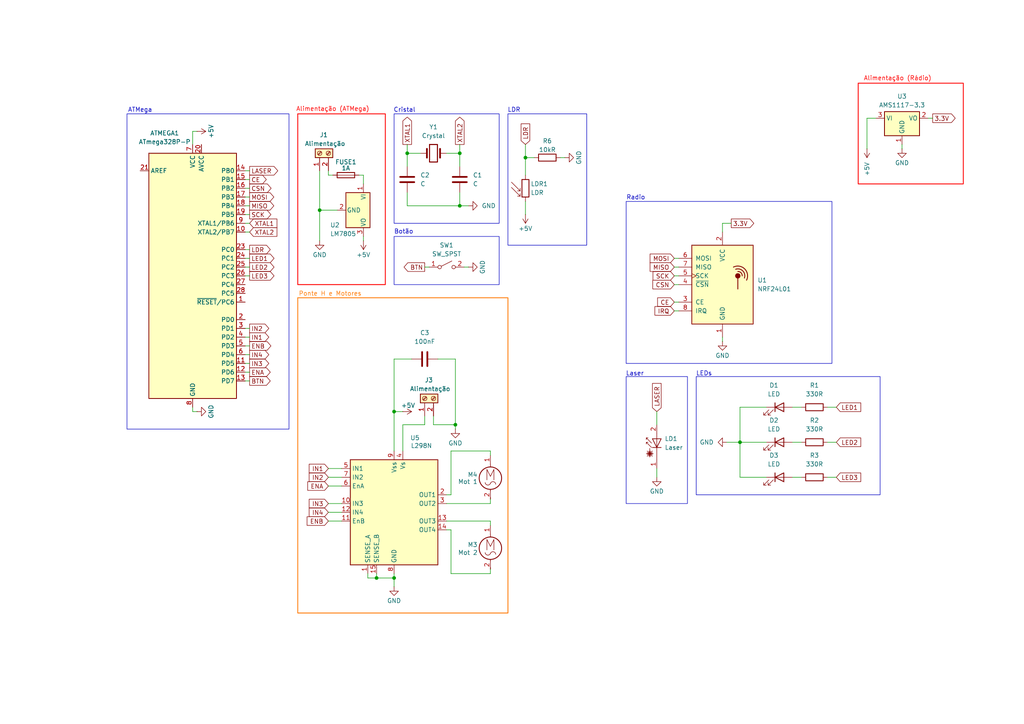
<source format=kicad_sch>
(kicad_sch (version 20250114) (generator "eeschema") (generator_version "9.0")
  (paper "A4")
  (lib_symbols
    (symbol "Connector:Screw_Terminal_01x02" (pin_names (offset 1.016) (hide yes))
      (property "Reference" "J" (at 0 2.54 0))
      (property "Value" "Screw_Terminal_01x02" (at 0 -5.08 0))
      (symbol "Screw_Terminal_01x02_1_1"
        (rectangle (start -1.27 1.27) (end 1.27 -3.81) (stroke (width 0.254)) (fill (type background)))
        (polyline (pts (xy -0.5334 0.3302) (xy 0.3302 -0.508)) (stroke (width 0.1524)))
        (polyline (pts (xy -0.5334 -2.2098) (xy 0.3302 -3.048)) (stroke (width 0.1524)))
        (polyline (pts (xy -0.3556 0.508) (xy 0.508 -0.3302)) (stroke (width 0.1524)))
        (polyline (pts (xy -0.3556 -2.032) (xy 0.508 -2.8702)) (stroke (width 0.1524)))
        (circle (center 0 0) (radius 0.635) (stroke (width 0.1524)))
        (circle (center 0 -2.54) (radius 0.635) (stroke (width 0.1524)))
        (pin passive line (at -5.08 0 0) (length 3.81) (name "Pin_1") (number "1"))
        (pin passive line (at -5.08 -2.54 0) (length 3.81) (name "Pin_2") (number "2"))
      )
    )
    (symbol "Device:C" (pin_numbers (hide yes)) (pin_names (offset 0.254))
      (property "Reference" "C" (at 0.635 2.54 0))
      (property "Value" "C" (at 0.635 -2.54 0))
      (symbol "C_0_1"
        (polyline (pts (xy -2.032 0.762) (xy 2.032 0.762)) (stroke (width 0.508)))
        (polyline (pts (xy -2.032 -0.762) (xy 2.032 -0.762)) (stroke (width 0.508)))
      )
      (symbol "C_1_1"
        (pin passive line (at 0 3.81 270) (length 2.794) (name "~") (number "1"))
        (pin passive line (at 0 -3.81 90) (length 2.794) (name "~") (number "2"))
      )
    )
    (symbol "Device:Crystal" (pin_numbers (hide yes)) (pin_names (offset 1.016) (hide yes))
      (property "Reference" "Y" (at 0 3.81 0))
      (property "Value" "Crystal" (at 0 -3.81 0))
      (symbol "Crystal_0_1"
        (polyline (pts (xy -2.54 0) (xy -1.905 0)))
        (polyline (pts (xy -1.905 -1.27) (xy -1.905 1.27)) (stroke (width 0.508)))
        (rectangle (start -1.143 2.54) (end 1.143 -2.54) (stroke (width 0.3048)))
        (polyline (pts (xy 1.905 -1.27) (xy 1.905 1.27)) (stroke (width 0.508)))
        (polyline (pts (xy 2.54 0) (xy 1.905 0)))
      )
      (symbol "Crystal_1_1"
        (pin passive line (at -3.81 0 0) (length 1.27) (name "1") (number "1"))
        (pin passive line (at 3.81 0 180) (length 1.27) (name "2") (number "2"))
      )
    )
    (symbol "Device:D_Laser_1C2A" (pin_names (offset 1.016) (hide yes))
      (property "Reference" "LD" (at -1.27 4.445 0))
      (property "Value" "D_Laser_1C2A" (at -1.27 -2.54 0))
      (symbol "D_Laser_1C2A_0_1"
        (polyline (pts (xy -4.064 2.794) (xy -2.54 1.27)))
        (polyline (pts (xy -4.064 2.286) (xy -2.54 1.778)))
        (polyline (pts (xy -4.064 1.778) (xy -2.54 2.286)))
        (polyline (pts (xy -4.064 1.27) (xy -2.54 2.794)))
        (polyline (pts (xy -3.556 2.794) (xy -3.048 1.27)))
        (polyline (pts (xy -3.302 2.032) (xy -3.302 3.048)))
        (polyline (pts (xy -3.302 2.032) (xy -3.302 1.016)))
        (polyline (pts (xy -3.048 2.794) (xy -3.556 1.27)))
        (polyline (pts (xy -1.778 2.032) (xy -4.318 2.032)))
        (polyline (pts (xy -1.524 1.524) (xy 0 3.048) (xy 0 2.54) (xy 0 3.048) (xy -0.508 3.048)))
        (polyline (pts (xy -1.524 1.27) (xy -1.524 -1.27)) (stroke (width 0.2032)))
        (polyline (pts (xy -0.254 1.524) (xy 1.27 3.048) (xy 1.27 2.54)))
        (polyline (pts (xy 1.016 1.27) (xy 1.016 -1.27) (xy -1.524 0) (xy 1.016 1.27)) (stroke (width 0.2032)))
        (polyline (pts (xy 1.27 3.048) (xy 0.762 3.048)))
        (polyline (pts (xy 2.54 0) (xy -5.08 0)))
      )
      (symbol "D_Laser_1C2A_1_1"
        (pin passive line (at -7.62 0 0) (length 2.54) (name "K") (number "1"))
        (pin passive line (at 5.08 0 180) (length 2.54) (name "A") (number "2"))
      )
    )
    (symbol "Device:Fuse" (pin_numbers (hide yes)) (pin_names (offset 0))
      (property "Reference" "F" (at 2.032 0 90))
      (property "Value" "Fuse" (at -1.905 0 90))
      (symbol "Fuse_0_1"
        (rectangle (start -0.762 -2.54) (end 0.762 2.54) (stroke (width 0.254)))
        (polyline (pts (xy 0 2.54) (xy 0 -2.54)))
      )
      (symbol "Fuse_1_1"
        (pin passive line (at 0 3.81 270) (length 1.27) (name "~") (number "1"))
        (pin passive line (at 0 -3.81 90) (length 1.27) (name "~") (number "2"))
      )
    )
    (symbol "Device:LED" (pin_numbers (hide yes)) (pin_names (offset 1.016) (hide yes))
      (property "Reference" "D" (at 0 2.54 0))
      (property "Value" "LED" (at 0 -2.54 0))
      (symbol "LED_0_1"
        (polyline (pts (xy -3.048 -0.762) (xy -4.572 -2.286) (xy -3.81 -2.286) (xy -4.572 -2.286) (xy -4.572 -1.524)))
        (polyline (pts (xy -1.778 -0.762) (xy -3.302 -2.286) (xy -2.54 -2.286) (xy -3.302 -2.286) (xy -3.302 -1.524)))
        (polyline (pts (xy -1.27 0) (xy 1.27 0)))
        (polyline (pts (xy -1.27 -1.27) (xy -1.27 1.27)) (stroke (width 0.254)))
        (polyline (pts (xy 1.27 -1.27) (xy 1.27 1.27) (xy -1.27 0) (xy 1.27 -1.27)) (stroke (width 0.254)))
      )
      (symbol "LED_1_1"
        (pin passive line (at -3.81 0 0) (length 2.54) (name "K") (number "1"))
        (pin passive line (at 3.81 0 180) (length 2.54) (name "A") (number "2"))
      )
    )
    (symbol "Device:R" (pin_numbers (hide yes)) (pin_names (offset 0))
      (property "Reference" "R" (at 2.032 0 90))
      (property "Value" "R" (at 0 0 90))
      (symbol "R_0_1"
        (rectangle (start -1.016 -2.54) (end 1.016 2.54) (stroke (width 0.254)))
      )
      (symbol "R_1_1"
        (pin passive line (at 0 3.81 270) (length 1.27) (name "~") (number "1"))
        (pin passive line (at 0 -3.81 90) (length 1.27) (name "~") (number "2"))
      )
    )
    (symbol "Driver_Motor:L298N"
      (property "Reference" "U" (at -10.16 16.51 0))
      (property "Value" "L298N" (at 12.7 16.51 0))
      (symbol "L298N_0_1"
        (rectangle (start -12.7 15.24) (end 12.7 -15.24) (stroke (width 0.254)) (fill (type background)))
      )
      (symbol "L298N_1_1"
        (pin input line (at -15.24 12.7 0) (length 2.54) (name "IN1") (number "5"))
        (pin input line (at -15.24 10.16 0) (length 2.54) (name "IN2") (number "7"))
        (pin input line (at -15.24 7.62 0) (length 2.54) (name "EnA") (number "6"))
        (pin input line (at -15.24 2.54 0) (length 2.54) (name "IN3") (number "10"))
        (pin input line (at -15.24 0 0) (length 2.54) (name "IN4") (number "12"))
        (pin input line (at -15.24 -2.54 0) (length 2.54) (name "EnB") (number "11"))
        (pin input line (at -7.62 -17.78 90) (length 2.54) (name "SENSE_A") (number "1"))
        (pin input line (at -5.08 -17.78 90) (length 2.54) (name "SENSE_B") (number "15"))
        (pin power_in line (at 0 17.78 270) (length 2.54) (name "Vss") (number "9"))
        (pin power_in line (at 0 -17.78 90) (length 2.54) (name "GND") (number "8"))
        (pin power_in line (at 2.54 17.78 270) (length 2.54) (name "Vs") (number "4"))
        (pin output line (at 15.24 5.08 180) (length 2.54) (name "OUT1") (number "2"))
        (pin output line (at 15.24 2.54 180) (length 2.54) (name "OUT2") (number "3"))
        (pin output line (at 15.24 -2.54 180) (length 2.54) (name "OUT3") (number "13"))
        (pin output line (at 15.24 -5.08 180) (length 2.54) (name "OUT4") (number "14"))
      )
    )
    (symbol "MCU_Microchip_ATmega:ATmega328P-P"
      (property "Reference" "U" (at -12.7 36.83 0))
      (property "Value" "ATmega328P-P" (at 2.54 -36.83 0))
      (symbol "ATmega328P-P_0_1"
        (rectangle (start -12.7 -35.56) (end 12.7 35.56) (stroke (width 0.254)) (fill (type background)))
      )
      (symbol "ATmega328P-P_1_1"
        (pin passive line (at -15.24 30.48 0) (length 2.54) (name "AREF") (number "21"))
        (pin power_in line (at 0 38.1 270) (length 2.54) (name "VCC") (number "7"))
        (pin passive line (at 0 -38.1 90) (length 2.54) (hide yes) (name "GND") (number "22"))
        (pin power_in line (at 0 -38.1 90) (length 2.54) (name "GND") (number "8"))
        (pin power_in line (at 2.54 38.1 270) (length 2.54) (name "AVCC") (number "20"))
        (pin bidirectional line (at 15.24 30.48 180) (length 2.54) (name "PB0") (number "14"))
        (pin bidirectional line (at 15.24 27.94 180) (length 2.54) (name "PB1") (number "15"))
        (pin bidirectional line (at 15.24 25.4 180) (length 2.54) (name "PB2") (number "16"))
        (pin bidirectional line (at 15.24 22.86 180) (length 2.54) (name "PB3") (number "17"))
        (pin bidirectional line (at 15.24 20.32 180) (length 2.54) (name "PB4") (number "18"))
        (pin bidirectional line (at 15.24 17.78 180) (length 2.54) (name "PB5") (number "19"))
        (pin bidirectional line (at 15.24 15.24 180) (length 2.54) (name "XTAL1/PB6") (number "9"))
        (pin bidirectional line (at 15.24 12.7 180) (length 2.54) (name "XTAL2/PB7") (number "10"))
        (pin bidirectional line (at 15.24 7.62 180) (length 2.54) (name "PC0") (number "23"))
        (pin bidirectional line (at 15.24 5.08 180) (length 2.54) (name "PC1") (number "24"))
        (pin bidirectional line (at 15.24 2.54 180) (length 2.54) (name "PC2") (number "25"))
        (pin bidirectional line (at 15.24 0 180) (length 2.54) (name "PC3") (number "26"))
        (pin bidirectional line (at 15.24 -2.54 180) (length 2.54) (name "PC4") (number "27"))
        (pin bidirectional line (at 15.24 -5.08 180) (length 2.54) (name "PC5") (number "28"))
        (pin bidirectional line (at 15.24 -7.62 180) (length 2.54) (name "~{RESET}/PC6") (number "1"))
        (pin bidirectional line (at 15.24 -12.7 180) (length 2.54) (name "PD0") (number "2"))
        (pin bidirectional line (at 15.24 -15.24 180) (length 2.54) (name "PD1") (number "3"))
        (pin bidirectional line (at 15.24 -17.78 180) (length 2.54) (name "PD2") (number "4"))
        (pin bidirectional line (at 15.24 -20.32 180) (length 2.54) (name "PD3") (number "5"))
        (pin bidirectional line (at 15.24 -22.86 180) (length 2.54) (name "PD4") (number "6"))
        (pin bidirectional line (at 15.24 -25.4 180) (length 2.54) (name "PD5") (number "11"))
        (pin bidirectional line (at 15.24 -27.94 180) (length 2.54) (name "PD6") (number "12"))
        (pin bidirectional line (at 15.24 -30.48 180) (length 2.54) (name "PD7") (number "13"))
      )
    )
    (symbol "Motor:Motor_AC" (pin_names (offset 0))
      (property "Reference" "M" (at 2.54 2.54 0))
      (property "Value" "Motor_AC" (at 2.54 -5.08 0))
      (symbol "Motor_AC_0_0"
        (polyline (pts (xy -1.016 -2.032) (xy -1.016 1.016) (xy 0 -1.016) (xy 1.016 1.016) (xy 1.016 -2.032)))
        (arc (start 0 -3.048) (mid -0.8622 -3.5222) (end -1.524 -2.794))
        (arc (start 0 -3.048) (mid 0.8657 -2.5527) (end 1.524 -3.302))
      )
      (symbol "Motor_AC_0_1"
        (polyline (pts (xy 0 2.032) (xy 0 2.54)))
        (polyline (pts (xy 0 1.7272) (xy 0 2.0828)))
        (circle (center 0 -1.524) (radius 3.2512) (stroke (width 0.254)))
        (polyline (pts (xy 0 -4.7752) (xy 0 -5.1816)))
        (polyline (pts (xy 0 -7.62) (xy 0 -7.112)))
      )
      (symbol "Motor_AC_1_1"
        (pin passive line (at 0 5.08 270) (length 2.54) (name "~") (number "1"))
        (pin passive line (at 0 -7.62 90) (length 2.54) (name "~") (number "2"))
      )
    )
    (symbol "RF:NRF24L01_Breakout" (pin_names (offset 1.016))
      (property "Reference" "U" (at -8.89 12.7 0))
      (property "Value" "NRF24L01_Breakout" (at 3.81 12.7 0))
      (symbol "NRF24L01_Breakout_0_1"
        (rectangle (start -8.89 11.43) (end 8.89 -11.43) (stroke (width 0.254)) (fill (type background)))
        (arc (start 3.175 5.08) (mid 6.453 4.548) (end 6.985 1.27) (stroke (width 0.254)))
        (circle (center 4.445 2.54) (radius 0.635) (stroke (width 0.254)) (fill (type outline)))
        (polyline (pts (xy 4.445 1.905) (xy 4.445 -1.27)) (stroke (width 0.254)))
        (arc (start 3.81 4.445) (mid 5.8835 3.9785) (end 6.35 1.905) (stroke (width 0.254)))
        (arc (start 4.445 3.81) (mid 5.3558 3.4508) (end 5.715 2.54) (stroke (width 0.254)))
      )
      (symbol "NRF24L01_Breakout_1_1"
        (pin input line (at -12.7 7.62 0) (length 3.81) (name "MOSI") (number "6"))
        (pin output line (at -12.7 5.08 0) (length 3.81) (name "MISO") (number "7"))
        (pin input clock (at -12.7 2.54 0) (length 3.81) (name "SCK") (number "5"))
        (pin input line (at -12.7 0 0) (length 3.81) (name "~{CSN}") (number "4"))
        (pin input line (at -12.7 -5.08 0) (length 3.81) (name "CE") (number "3"))
        (pin output line (at -12.7 -7.62 0) (length 3.81) (name "IRQ") (number "8"))
        (pin power_in line (at 0 15.24 270) (length 3.81) (name "VCC") (number "2"))
        (pin power_in line (at 0 -15.24 90) (length 3.81) (name "GND") (number "1"))
      )
    )
    (symbol "Regulator_Linear:AMS1117-3.3"
      (property "Reference" "U" (at -3.81 3.175 0))
      (property "Value" "AMS1117-3.3" (at 0 3.175 0))
      (symbol "AMS1117-3.3_0_1"
        (rectangle (start -5.08 -5.08) (end 5.08 1.905) (stroke (width 0.254)) (fill (type background)))
      )
      (symbol "AMS1117-3.3_1_1"
        (pin power_in line (at -7.62 0 0) (length 2.54) (name "VI") (number "3"))
        (pin power_in line (at 0 -7.62 90) (length 2.54) (name "GND") (number "1"))
        (pin power_out line (at 7.62 0 180) (length 2.54) (name "VO") (number "2"))
      )
    )
    (symbol "Regulator_Linear:LM7805_TO220" (pin_names (offset 0.254))
      (property "Reference" "U" (at -3.81 3.175 0))
      (property "Value" "LM7805_TO220" (at 0 3.175 0))
      (symbol "LM7805_TO220_0_1"
        (rectangle (start -5.08 1.905) (end 5.08 -5.08) (stroke (width 0.254)) (fill (type background)))
      )
      (symbol "LM7805_TO220_1_1"
        (pin power_in line (at -7.62 0 0) (length 2.54) (name "VI") (number "1"))
        (pin power_in line (at 0 -7.62 90) (length 2.54) (name "GND") (number "2"))
        (pin power_out line (at 7.62 0 180) (length 2.54) (name "VO") (number "3"))
      )
    )
    (symbol "Sensor_Optical:LDR03" (pin_numbers (hide yes)) (pin_names (offset 0))
      (property "Reference" "R" (at -5.08 0 90))
      (property "Value" "LDR03" (at 1.905 0 90))
      (symbol "LDR03_0_1"
        (polyline (pts (xy -1.524 -0.762) (xy -4.064 1.778)))
        (polyline (pts (xy -1.524 -0.762) (xy -2.286 -0.762)))
        (polyline (pts (xy -1.524 -0.762) (xy -1.524 0)))
        (polyline (pts (xy -1.524 -2.286) (xy -4.064 0.254)))
        (polyline (pts (xy -1.524 -2.286) (xy -2.286 -2.286)))
        (polyline (pts (xy -1.524 -2.286) (xy -1.524 -1.524)))
        (rectangle (start -1.016 2.54) (end 1.016 -2.54) (stroke (width 0.254)))
      )
      (symbol "LDR03_1_1"
        (pin passive line (at 0 3.81 270) (length 1.27) (name "~") (number "1"))
        (pin passive line (at 0 -3.81 90) (length 1.27) (name "~") (number "2"))
      )
    )
    (symbol "Switch:SW_SPST" (pin_names (offset 0) (hide yes))
      (property "Reference" "SW" (at 0 3.175 0))
      (property "Value" "SW_SPST" (at 0 -2.54 0))
      (symbol "SW_SPST_0_0"
        (circle (center -2.032 0) (radius 0.508))
        (polyline (pts (xy -1.524 0.254) (xy 1.524 1.778)))
        (circle (center 2.032 0) (radius 0.508))
      )
      (symbol "SW_SPST_1_1"
        (pin passive line (at -5.08 0 0) (length 2.54) (name "A") (number "1"))
        (pin passive line (at 5.08 0 180) (length 2.54) (name "B") (number "2"))
      )
    )
    (symbol "power:+5V" (power) (pin_numbers (hide yes)) (pin_names (offset 0) (hide yes))
      (property "Value" "+5V" (at 0 3.556 0))
      (symbol "+5V_0_1"
        (polyline (pts (xy -0.762 1.27) (xy 0 2.54)))
        (polyline (pts (xy 0 2.54) (xy 0.762 1.27)))
        (polyline (pts (xy 0 0) (xy 0 2.54)))
      )
      (symbol "+5V_1_1"
        (pin power_in line (at 0 0 90) (length 0) (name "~") (number "1"))
      )
    )
    (symbol "power:GND" (power) (pin_numbers (hide yes)) (pin_names (offset 0) (hide yes))
      (property "Value" "GND" (at 0 -3.81 0))
      (symbol "GND_0_1"
        (polyline (pts (xy 0 0) (xy 0 -1.27) (xy 1.27 -1.27) (xy 0 -2.54) (xy -1.27 -1.27) (xy 0 -1.27)))
      )
      (symbol "GND_1_1"
        (pin power_in line (at 0 0 270) (length 0) (name "~") (number "1"))
      )
    )
  )
  (rectangle (start 36.83 33.02) (end 83.82 124.46))
  (rectangle (start 114.3 68.58) (end 144.78 82.55))
  (rectangle (start 181.61 109.22) (end 199.39 146.05))
  (rectangle (start 181.61 58.42) (end 241.3 105.41))
  (rectangle (start 248.92 24.13) (end 279.4 53.34) (stroke (width 0.254) (color 255 0 0 1)))
  (rectangle (start 201.93 109.22) (end 255.27 143.51))
  (rectangle (start 86.36 33.02) (end 111.76 82.55) (stroke (width 0.254) (color 255 0 0 1)))
  (rectangle (start 86.36 86.36) (end 147.32 177.8) (stroke (width 0.254) (color 255 126 14 1)))
  (rectangle (start 114.3 33.02) (end 144.78 64.77))
  (rectangle (start 147.32 33.02) (end 170.18 71.12))
  (text "Radio\n" (at 184.404 57.404 0) (effects (font (size 1.27 1.27))))
  (text "Alimentação (ATMega)\n" (at 96.52 31.75 0) (effects (font (size 1.27 1.27))))
  (text "Cristal" (at 117.348 32.004 0) (effects (font (size 1.27 1.27))))
  (text "Alimentação (Rádio)\n" (at 260.35 22.86 0) (effects (font (size 1.27 1.27))))
  (text "Botão\n" (at 117.094 67.31 0) (effects (font (size 1.27 1.27))))
  (text "Ponte H e Motores" (at 95.758 85.344 0) (effects (font (size 1.27 1.27))))
  (text "Laser\n" (at 184.15 108.458 0) (effects (font (size 1.27 1.27))))
  (text "LEDs" (at 204.216 108.458 0) (effects (font (size 1.27 1.27))))
  (text "LDR\n" (at 149.098 32.004 0) (effects (font (size 1.27 1.27))))
  (text "ATMega\n" (at 40.64 32.004 0) (effects (font (size 1.27 1.27))))
  (junction (at 133.35 59.69))
  (junction (at 133.35 44.45))
  (junction (at 114.3 167.64))
  (junction (at 92.71 60.96))
  (junction (at 214.63 128.27))
  (junction (at 109.22 167.64))
  (junction (at 152.4 45.72))
  (junction (at 132.08 123.19))
  (junction (at 114.3 119.38))
  (junction (at 118.11 44.45))
  (wire (pts (xy 71.12 97.79) (xy 72.39 97.79)))
  (wire (pts (xy 71.12 64.77) (xy 72.39 64.77)))
  (wire (pts (xy 222.25 138.43) (xy 214.63 138.43)))
  (wire (pts (xy 125.73 123.19) (xy 125.73 120.65)))
  (wire (pts (xy 261.62 43.18) (xy 261.62 41.91)))
  (wire (pts (xy 118.11 59.69) (xy 118.11 55.88)))
  (wire (pts (xy 55.88 38.1) (xy 57.15 38.1)))
  (wire (pts (xy 71.12 102.87) (xy 72.39 102.87)))
  (wire (pts (xy 71.12 62.23) (xy 72.39 62.23)))
  (wire (pts (xy 55.88 119.38) (xy 55.88 118.11)))
  (wire (pts (xy 71.12 100.33) (xy 72.39 100.33)))
  (wire (pts (xy 129.54 146.05) (xy 142.24 146.05)))
  (wire (pts (xy 95.25 148.59) (xy 99.06 148.59)))
  (wire (pts (xy 214.63 118.11) (xy 222.25 118.11)))
  (wire (pts (xy 195.58 82.55) (xy 196.85 82.55)))
  (wire (pts (xy 132.08 124.46) (xy 132.08 123.19)))
  (wire (pts (xy 105.41 68.58) (xy 105.41 69.85)))
  (wire (pts (xy 195.58 90.17) (xy 196.85 90.17)))
  (wire (pts (xy 129.54 153.67) (xy 130.81 153.67)))
  (wire (pts (xy 71.12 105.41) (xy 72.39 105.41)))
  (wire (pts (xy 114.3 104.14) (xy 119.38 104.14)))
  (wire (pts (xy 95.25 138.43) (xy 99.06 138.43)))
  (wire (pts (xy 190.5 119.38) (xy 190.5 123.19)))
  (wire (pts (xy 92.71 60.96) (xy 92.71 69.85)))
  (wire (pts (xy 95.25 146.05) (xy 99.06 146.05)))
  (wire (pts (xy 95.25 140.97) (xy 99.06 140.97)))
  (wire (pts (xy 209.55 97.79) (xy 209.55 99.06)))
  (wire (pts (xy 130.81 166.37) (xy 142.24 166.37)))
  (wire (pts (xy 133.35 44.45) (xy 133.35 48.26)))
  (wire (pts (xy 71.12 110.49) (xy 72.39 110.49)))
  (wire (pts (xy 109.22 166.37) (xy 109.22 167.64)))
  (wire (pts (xy 240.03 118.11) (xy 242.57 118.11)))
  (wire (pts (xy 210.82 128.27) (xy 214.63 128.27)))
  (wire (pts (xy 229.87 118.11) (xy 232.41 118.11)))
  (wire (pts (xy 129.54 44.45) (xy 133.35 44.45)))
  (wire (pts (xy 229.87 128.27) (xy 232.41 128.27)))
  (wire (pts (xy 251.46 43.18) (xy 251.46 34.29)))
  (wire (pts (xy 130.81 130.81) (xy 142.24 130.81)))
  (wire (pts (xy 95.25 151.13) (xy 99.06 151.13)))
  (wire (pts (xy 152.4 45.72) (xy 152.4 50.8)))
  (wire (pts (xy 152.4 45.72) (xy 154.94 45.72)))
  (wire (pts (xy 71.12 95.25) (xy 72.39 95.25)))
  (wire (pts (xy 118.11 44.45) (xy 121.92 44.45)))
  (wire (pts (xy 57.15 119.38) (xy 55.88 119.38)))
  (wire (pts (xy 129.54 143.51) (xy 130.81 143.51)))
  (wire (pts (xy 95.25 50.8) (xy 96.52 50.8)))
  (wire (pts (xy 195.58 87.63) (xy 196.85 87.63)))
  (wire (pts (xy 142.24 166.37) (xy 142.24 165.1)))
  (wire (pts (xy 71.12 72.39) (xy 72.39 72.39)))
  (wire (pts (xy 106.68 167.64) (xy 106.68 166.37)))
  (wire (pts (xy 116.84 119.38) (xy 114.3 119.38)))
  (wire (pts (xy 95.25 49.53) (xy 95.25 50.8)))
  (wire (pts (xy 71.12 57.15) (xy 72.39 57.15)))
  (wire (pts (xy 133.35 59.69) (xy 118.11 59.69)))
  (wire (pts (xy 240.03 138.43) (xy 242.57 138.43)))
  (wire (pts (xy 214.63 128.27) (xy 222.25 128.27)))
  (wire (pts (xy 195.58 77.47) (xy 196.85 77.47)))
  (wire (pts (xy 55.88 41.91) (xy 55.88 38.1)))
  (wire (pts (xy 134.62 77.47) (xy 135.89 77.47)))
  (wire (pts (xy 251.46 34.29) (xy 254 34.29)))
  (wire (pts (xy 114.3 119.38) (xy 114.3 130.81)))
  (wire (pts (xy 105.41 50.8) (xy 104.14 50.8)))
  (wire (pts (xy 229.87 138.43) (xy 232.41 138.43)))
  (wire (pts (xy 240.03 128.27) (xy 242.57 128.27)))
  (wire (pts (xy 95.25 135.89) (xy 99.06 135.89)))
  (wire (pts (xy 71.12 49.53) (xy 72.39 49.53)))
  (wire (pts (xy 142.24 130.81) (xy 142.24 132.08)))
  (wire (pts (xy 71.12 74.93) (xy 72.39 74.93)))
  (wire (pts (xy 195.58 74.93) (xy 196.85 74.93)))
  (wire (pts (xy 130.81 153.67) (xy 130.81 166.37)))
  (wire (pts (xy 127 104.14) (xy 132.08 104.14)))
  (wire (pts (xy 190.5 135.89) (xy 190.5 138.43)))
  (wire (pts (xy 114.3 119.38) (xy 114.3 104.14)))
  (wire (pts (xy 109.22 167.64) (xy 106.68 167.64)))
  (wire (pts (xy 92.71 49.53) (xy 92.71 60.96)))
  (wire (pts (xy 71.12 80.01) (xy 72.39 80.01)))
  (wire (pts (xy 71.12 54.61) (xy 72.39 54.61)))
  (wire (pts (xy 133.35 55.88) (xy 133.35 59.69)))
  (wire (pts (xy 118.11 48.26) (xy 118.11 44.45)))
  (wire (pts (xy 269.24 34.29) (xy 270.51 34.29)))
  (wire (pts (xy 209.55 64.77) (xy 209.55 67.31)))
  (wire (pts (xy 152.4 58.42) (xy 152.4 62.23)))
  (wire (pts (xy 123.19 77.47) (xy 124.46 77.47)))
  (wire (pts (xy 214.63 138.43) (xy 214.63 128.27)))
  (wire (pts (xy 152.4 41.91) (xy 152.4 45.72)))
  (wire (pts (xy 142.24 146.05) (xy 142.24 144.78)))
  (wire (pts (xy 214.63 128.27) (xy 214.63 118.11)))
  (wire (pts (xy 132.08 123.19) (xy 125.73 123.19)))
  (wire (pts (xy 71.12 77.47) (xy 72.39 77.47)))
  (wire (pts (xy 212.09 64.77) (xy 209.55 64.77)))
  (wire (pts (xy 116.84 123.19) (xy 116.84 130.81)))
  (wire (pts (xy 133.35 59.69) (xy 135.89 59.69)))
  (wire (pts (xy 71.12 107.95) (xy 72.39 107.95)))
  (wire (pts (xy 142.24 151.13) (xy 142.24 152.4)))
  (wire (pts (xy 118.11 41.91) (xy 118.11 44.45)))
  (wire (pts (xy 109.22 167.64) (xy 114.3 167.64)))
  (wire (pts (xy 123.19 123.19) (xy 123.19 120.65)))
  (wire (pts (xy 195.58 80.01) (xy 196.85 80.01)))
  (wire (pts (xy 114.3 167.64) (xy 114.3 170.18)))
  (wire (pts (xy 71.12 52.07) (xy 72.39 52.07)))
  (wire (pts (xy 105.41 50.8) (xy 105.41 53.34)))
  (wire (pts (xy 162.56 45.72) (xy 163.83 45.72)))
  (wire (pts (xy 123.19 123.19) (xy 116.84 123.19)))
  (wire (pts (xy 129.54 151.13) (xy 142.24 151.13)))
  (wire (pts (xy 133.35 41.91) (xy 133.35 44.45)))
  (wire (pts (xy 114.3 166.37) (xy 114.3 167.64)))
  (wire (pts (xy 92.71 60.96) (xy 97.79 60.96)))
  (wire (pts (xy 71.12 59.69) (xy 72.39 59.69)))
  (wire (pts (xy 130.81 143.51) (xy 130.81 130.81)))
  (wire (pts (xy 71.12 67.31) (xy 72.39 67.31)))
  (wire (pts (xy 132.08 104.14) (xy 132.08 123.19)))
  (global_label "3.3V" (shape output) (at 212.09 64.77 0) (property "Intersheetrefs" "${INTERSHEET_REFS}" (effects (hide yes))))
  (global_label "LED1" (shape input) (at 242.57 118.11 0) (property "Intersheetrefs" "${INTERSHEET_REFS}" (effects (hide yes))))
  (global_label "SCK" (shape input) (at 195.58 80.01 180) (property "Intersheetrefs" "${INTERSHEET_REFS}" (effects (hide yes))))
  (global_label "ENA" (shape input) (at 95.25 140.97 180) (property "Intersheetrefs" "${INTERSHEET_REFS}" (effects (hide yes))))
  (global_label "LED1" (shape output) (at 72.39 74.93 0) (property "Intersheetrefs" "${INTERSHEET_REFS}" (effects (hide yes))))
  (global_label "BTN" (shape output) (at 72.39 110.49 0) (property "Intersheetrefs" "${INTERSHEET_REFS}" (effects (hide yes))))
  (global_label "BTN" (shape output) (at 123.19 77.47 180) (property "Intersheetrefs" "${INTERSHEET_REFS}" (effects (hide yes))))
  (global_label "LED3" (shape input) (at 242.57 138.43 0) (property "Intersheetrefs" "${INTERSHEET_REFS}" (effects (hide yes))))
  (global_label "MOSI" (shape input) (at 195.58 74.93 180) (property "Intersheetrefs" "${INTERSHEET_REFS}" (effects (hide yes))))
  (global_label "MOSI" (shape output) (at 72.39 57.15 0) (property "Intersheetrefs" "${INTERSHEET_REFS}" (effects (hide yes))))
  (global_label "CSN" (shape output) (at 72.39 54.61 0) (property "Intersheetrefs" "${INTERSHEET_REFS}" (effects (hide yes))))
  (global_label "ENB" (shape output) (at 72.39 100.33 0) (property "Intersheetrefs" "${INTERSHEET_REFS}" (effects (hide yes))))
  (global_label "MISO" (shape input) (at 195.58 77.47 180) (property "Intersheetrefs" "${INTERSHEET_REFS}" (effects (hide yes))))
  (global_label "3.3V" (shape output) (at 270.51 34.29 0) (property "Intersheetrefs" "${INTERSHEET_REFS}" (effects (hide yes))))
  (global_label "LDR" (shape output) (at 72.39 72.39 0) (property "Intersheetrefs" "${INTERSHEET_REFS}" (effects (hide yes))))
  (global_label "XTAL1" (shape output) (at 118.11 41.91 90) (property "Intersheetrefs" "${INTERSHEET_REFS}" (effects (hide yes))))
  (global_label "IN3" (shape input) (at 95.25 146.05 180) (property "Intersheetrefs" "${INTERSHEET_REFS}" (effects (hide yes))))
  (global_label "LED2" (shape input) (at 242.57 128.27 0) (property "Intersheetrefs" "${INTERSHEET_REFS}" (effects (hide yes))))
  (global_label "IRQ" (shape input) (at 195.58 90.17 180) (property "Intersheetrefs" "${INTERSHEET_REFS}" (effects (hide yes))))
  (global_label "LASER" (shape output) (at 72.39 49.53 0) (property "Intersheetrefs" "${INTERSHEET_REFS}" (effects (hide yes))))
  (global_label "IN4" (shape input) (at 95.25 148.59 180) (property "Intersheetrefs" "${INTERSHEET_REFS}" (effects (hide yes))))
  (global_label "LDR" (shape input) (at 152.4 41.91 90) (property "Intersheetrefs" "${INTERSHEET_REFS}" (effects (hide yes))))
  (global_label "CSN" (shape input) (at 195.58 82.55 180) (property "Intersheetrefs" "${INTERSHEET_REFS}" (effects (hide yes))))
  (global_label "XTAL1" (shape input) (at 72.39 64.77 0) (property "Intersheetrefs" "${INTERSHEET_REFS}" (effects (hide yes))))
  (global_label "SCK" (shape output) (at 72.39 62.23 0) (property "Intersheetrefs" "${INTERSHEET_REFS}" (effects (hide yes))))
  (global_label "LED2" (shape output) (at 72.39 77.47 0) (property "Intersheetrefs" "${INTERSHEET_REFS}" (effects (hide yes))))
  (global_label "XTAL2" (shape input) (at 72.39 67.31 0) (property "Intersheetrefs" "${INTERSHEET_REFS}" (effects (hide yes))))
  (global_label "CE" (shape input) (at 195.58 87.63 180) (property "Intersheetrefs" "${INTERSHEET_REFS}" (effects (hide yes))))
  (global_label "IN1" (shape output) (at 72.39 97.79 0) (property "Intersheetrefs" "${INTERSHEET_REFS}" (effects (hide yes))))
  (global_label "IN2" (shape output) (at 72.39 95.25 0) (property "Intersheetrefs" "${INTERSHEET_REFS}" (effects (hide yes))))
  (global_label "LED3" (shape output) (at 72.39 80.01 0) (property "Intersheetrefs" "${INTERSHEET_REFS}" (effects (hide yes))))
  (global_label "LASER" (shape input) (at 190.5 119.38 90) (property "Intersheetrefs" "${INTERSHEET_REFS}" (effects (hide yes))))
  (global_label "ENB" (shape input) (at 95.25 151.13 180) (property "Intersheetrefs" "${INTERSHEET_REFS}" (effects (hide yes))))
  (global_label "IN2" (shape input) (at 95.25 138.43 180) (property "Intersheetrefs" "${INTERSHEET_REFS}" (effects (hide yes))))
  (global_label "IN4" (shape output) (at 72.39 102.87 0) (property "Intersheetrefs" "${INTERSHEET_REFS}" (effects (hide yes))))
  (global_label "IN3" (shape output) (at 72.39 105.41 0) (property "Intersheetrefs" "${INTERSHEET_REFS}" (effects (hide yes))))
  (global_label "XTAL2" (shape output) (at 133.35 41.91 90) (property "Intersheetrefs" "${INTERSHEET_REFS}" (effects (hide yes))))
  (global_label "CE" (shape output) (at 72.39 52.07 0) (property "Intersheetrefs" "${INTERSHEET_REFS}" (effects (hide yes))))
  (global_label "ENA" (shape output) (at 72.39 107.95 0) (property "Intersheetrefs" "${INTERSHEET_REFS}" (effects (hide yes))))
  (global_label "MISO" (shape output) (at 72.39 59.69 0) (property "Intersheetrefs" "${INTERSHEET_REFS}" (effects (hide yes))))
  (global_label "IN1" (shape input) (at 95.25 135.89 180) (property "Intersheetrefs" "${INTERSHEET_REFS}" (effects (hide yes))))
  (symbol (lib_id "power:GND") (at 210.82 128.27 270) (unit 1)
    (property "Reference" "#PWR03" (effects (hide yes)))
    (property "Value" "GND" (at 207.01 128.2699 90) (effects (justify right)))
    (property "Description" "Power symbol creates a global label with name \"GND\" , ground" (effects (hide yes)))
  )
  (symbol (lib_id "Device:C") (at 118.11 52.07 0) (unit 1)
    (property "Reference" "C2" (at 121.92 50.7999 0) (effects (justify left)))
    (property "Value" "C" (at 121.92 53.3399 0) (effects (justify left)))
    (property "Footprint" "Capacitor_THT:C_Disc_D3.4mm_W2.1mm_P2.50mm" (effects (hide yes)))
    (property "Description" "Unpolarized capacitor" (effects (hide yes)))
  )
  (symbol (lib_id "power:+5V") (at 105.41 69.85 0) (mirror x) (unit 1)
    (property "Reference" "#PWR011" (effects (hide yes)))
    (property "Value" "+5V" (at 105.41 73.914 0))
    (property "Description" "Power symbol creates a global label with name \"+5V\"" (effects (hide yes)))
  )
  (symbol (lib_id "power:GND") (at 135.89 59.69 90) (unit 1)
    (property "Reference" "#PWR02" (effects (hide yes)))
    (property "Value" "GND" (at 139.7 59.6899 90) (effects (justify right)))
    (property "Description" "Power symbol creates a global label with name \"GND\" , ground" (effects (hide yes)))
  )
  (symbol (lib_id "RF:NRF24L01_Breakout") (at 209.55 82.55 0) (unit 1)
    (property "Reference" "U1" (at 219.71 81.2799 0) (effects (justify left)))
    (property "Value" "NRF24L01" (at 219.71 83.8199 0) (effects (justify left)))
    (property "Footprint" "RF_Module:nRF24L01_Breakout" (effects (hide yes)))
    (property "Datasheet" "http://www.nordicsemi.com/eng/content/download/2730/34105/file/nRF24L01_Product_Specification_v2_0.pdf" (effects (hide yes)))
    (property "Description" "Ultra low power 2.4GHz RF Transceiver, Carrier PCB" (effects (hide yes)))
  )
  (symbol (lib_id "power:GND") (at 209.55 99.06 0) (unit 1)
    (property "Reference" "#PWR014" (effects (hide yes)))
    (property "Value" "GND" (at 209.55 103.124 0))
    (property "Description" "Power symbol creates a global label with name \"GND\" , ground" (effects (hide yes)))
  )
  (symbol (lib_id "Device:Fuse") (at 100.33 50.8 90) (unit 1)
    (property "Reference" "FUSE1" (at 100.33 46.99 90))
    (property "Value" "1A" (at 99.06 48.768 90) (effects (justify right)))
    (property "Footprint" "TerminalBlock:TerminalBlock_MaiXu_MX126-5.0-02P_1x02_P5.00mm" (effects (hide yes)))
    (property "Description" "Fuse" (effects (hide yes)))
  )
  (symbol (lib_id "Device:R") (at 236.22 118.11 90) (unit 1)
    (property "Reference" "R1" (at 236.22 111.76 90))
    (property "Value" "330R" (at 236.22 114.3 90))
    (property "Footprint" "Resistor_THT:R_Axial_DIN0207_L6.3mm_D2.5mm_P10.16mm_Horizontal" (effects (hide yes)))
    (property "Description" "Resistor" (effects (hide yes)))
  )
  (symbol (lib_id "power:GND") (at 135.89 77.47 90) (unit 1)
    (property "Reference" "#PWR01" (effects (hide yes)))
    (property "Value" "GND" (at 139.954 77.47 0))
    (property "Description" "Power symbol creates a global label with name \"GND\" , ground" (effects (hide yes)))
  )
  (symbol (lib_id "power:GND") (at 163.83 45.72 90) (unit 1)
    (property "Reference" "#PWR010" (effects (hide yes)))
    (property "Value" "GND" (at 167.894 45.72 0))
    (property "Description" "Power symbol creates a global label with name \"GND\" , ground" (effects (hide yes)))
  )
  (symbol (lib_id "Device:D_Laser_1C2A") (at 190.5 128.27 90) (unit 1)
    (property "Reference" "LD1" (at 192.786 127.254 90) (effects (justify right)))
    (property "Value" "Laser" (at 192.786 129.794 90) (effects (justify right)))
    (property "Footprint" "TerminalBlock:TerminalBlock_MaiXu_MX126-5.0-02P_1x02_P5.00mm" (effects (hide yes)))
    (property "Description" "Laser diode, cathode on pin 1, anode on pin 2" (effects (hide yes)))
  )
  (symbol (lib_id "Connector:Screw_Terminal_01x02") (at 92.71 44.45 90) (unit 1)
    (property "Reference" "J1" (at 92.71 39.116 90) (effects (justify right)))
    (property "Value" "Alimentação" (at 88.392 41.656 90) (effects (justify right)))
    (property "Footprint" "TerminalBlock:TerminalBlock_MaiXu_MX126-5.0-02P_1x02_P5.00mm" (effects (hide yes)))
    (property "Description" "Generic screw terminal, single row, 01x02, script generated (kicad-library-utils/schlib/autogen/connector/)" (effects (hide yes)))
  )
  (symbol (lib_id "Device:C") (at 133.35 52.07 0) (unit 1)
    (property "Reference" "C1" (at 137.16 50.7999 0) (effects (justify left)))
    (property "Value" "C" (at 137.16 53.3399 0) (effects (justify left)))
    (property "Footprint" "Capacitor_THT:C_Disc_D3.4mm_W2.1mm_P2.50mm" (effects (hide yes)))
    (property "Description" "Unpolarized capacitor" (effects (hide yes)))
  )
  (symbol (lib_id "power:GND") (at 190.5 138.43 0) (unit 1)
    (property "Reference" "#PWR017" (effects (hide yes)))
    (property "Value" "GND" (at 190.5 142.494 0))
    (property "Description" "Power symbol creates a global label with name \"GND\" , ground" (effects (hide yes)))
  )
  (symbol (lib_id "Motor:Motor_AC") (at 142.24 137.16 0) (unit 1)
    (property "Reference" "M4" (at 135.636 137.668 0) (effects (justify left)))
    (property "Value" "Mot 1" (at 132.842 139.7 0) (effects (justify left)))
    (property "Footprint" "TerminalBlock:TerminalBlock_MaiXu_MX126-5.0-02P_1x02_P5.00mm" (effects (hide yes)))
    (property "Description" "AC Motor" (effects (hide yes)))
  )
  (symbol (lib_id "MCU_Microchip_ATmega:ATmega328P-P") (at 55.88 80.01 0) (unit 1)
    (property "Reference" "ATMEGA1" (at 47.752 38.608 0))
    (property "Value" "ATmega328P-P" (at 47.752 41.148 0))
    (property "Footprint" "Package_DIP:DIP-28_W7.62mm_LongPads" (effects (hide yes)))
    (property "Datasheet" "http://ww1.microchip.com/downloads/en/DeviceDoc/ATmega328_P%20AVR%20MCU%20with%20picoPower%20Technology%20Data%20Sheet%2040001984A.pdf" (effects (hide yes)))
    (property "Description" "20MHz, 32kB Flash, 2kB SRAM, 1kB EEPROM, DIP-28" (effects (hide yes)))
  )
  (symbol (lib_id "Connector:Screw_Terminal_01x02") (at 123.19 115.57 90) (unit 1)
    (property "Reference" "J3" (at 123.19 110.236 90) (effects (justify right)))
    (property "Value" "Alimentação" (at 118.872 112.776 90) (effects (justify right)))
    (property "Footprint" "TerminalBlock:TerminalBlock_MaiXu_MX126-5.0-02P_1x02_P5.00mm" (effects (hide yes)))
    (property "Description" "Generic screw terminal, single row, 01x02, script generated (kicad-library-utils/schlib/autogen/connector/)" (effects (hide yes)))
  )
  (symbol (lib_id "power:GND") (at 114.3 170.18 0) (unit 1)
    (property "Reference" "#PWR019" (effects (hide yes)))
    (property "Value" "GND" (at 114.3 174.244 0))
    (property "Description" "Power symbol creates a global label with name \"GND\" , ground" (effects (hide yes)))
  )
  (symbol (lib_id "Device:C") (at 123.19 104.14 90) (unit 1)
    (property "Reference" "C3" (at 123.19 96.52 90))
    (property "Value" "100nF" (at 123.19 99.06 90))
    (property "Footprint" "Capacitor_THT:C_Rect_L13.0mm_W4.0mm_P10.00mm_FKS3_FKP3_MKS4" (effects (hide yes)))
    (property "Description" "Unpolarized capacitor" (effects (hide yes)))
  )
  (symbol (lib_id "power:GND") (at 57.15 119.38 90) (unit 1)
    (property "Reference" "#PWR08" (effects (hide yes)))
    (property "Value" "GND" (at 61.214 119.38 0))
    (property "Description" "Power symbol creates a global label with name \"GND\" , ground" (effects (hide yes)))
  )
  (symbol (lib_id "Motor:Motor_AC") (at 142.24 157.48 0) (unit 1)
    (property "Reference" "M3" (at 135.636 157.988 0) (effects (justify left)))
    (property "Value" "Mot 2" (at 132.842 160.274 0) (effects (justify left)))
    (property "Footprint" "TerminalBlock:TerminalBlock_MaiXu_MX126-5.0-02P_1x02_P5.00mm" (effects (hide yes)))
    (property "Description" "AC Motor" (effects (hide yes)))
  )
  (symbol (lib_id "Sensor_Optical:LDR03") (at 152.4 54.61 0) (unit 1)
    (property "Reference" "LDR1" (at 153.924 53.34 0) (effects (justify left)))
    (property "Value" "LDR" (at 153.924 55.88 0) (effects (justify left)))
    (property "Footprint" "TerminalBlock:TerminalBlock_MaiXu_MX126-5.0-02P_1x02_P5.00mm" (effects (hide yes)))
    (property "Datasheet" "http://www.elektronica-componenten.nl/WebRoot/StoreNL/Shops/61422969/54F1/BA0C/C664/31B9/2173/C0A8/2AB9/2AEF/LDR03IMP.pdf" (effects (hide yes)))
    (property "Description" "light dependent resistor" (effects (hide yes)))
  )
  (symbol (lib_id "power:GND") (at 261.62 43.18 0) (unit 1)
    (property "Reference" "#PWR04" (effects (hide yes)))
    (property "Value" "GND" (at 261.62 47.244 0))
    (property "Description" "Power symbol creates a global label with name \"GND\" , ground" (effects (hide yes)))
  )
  (symbol (lib_id "Regulator_Linear:AMS1117-3.3") (at 261.62 34.29 0) (unit 1)
    (property "Reference" "U3" (at 261.62 27.94 0))
    (property "Value" "AMS1117-3.3" (at 261.62 30.48 0))
    (property "Footprint" "Package_TO_SOT_SMD:SOT-223-3_TabPin2" (effects (hide yes)))
    (property "Datasheet" "http://www.advanced-monolithic.com/pdf/ds1117.pdf" (effects (hide yes)))
    (property "Description" "1A Low Dropout regulator, positive, 3.3V fixed output, SOT-223" (effects (hide yes)))
  )
  (symbol (lib_id "Switch:SW_SPST") (at 129.54 77.47 0) (unit 1)
    (property "Reference" "SW1" (at 129.54 71.12 0))
    (property "Value" "SW_SPST" (at 129.54 73.66 0))
    (property "Footprint" "Button_Switch_THT:SW_PUSH_6mm_H4.3mm" (effects (hide yes)))
    (property "Description" "Single Pole Single Throw (SPST) switch" (effects (hide yes)))
  )
  (symbol (lib_id "Driver_Motor:L298N") (at 114.3 148.59 0) (unit 1)
    (property "Reference" "U5" (at 118.9833 127 0) (effects (justify left)))
    (property "Value" "L298N" (at 119.126 129.286 0) (effects (justify left)))
    (property "Footprint" "Package_TO_SOT_THT:TO-220-15_P2.54x5.08mm_StaggerOdd_Lead4.58mm_Vertical" (effects (hide yes)))
    (property "Datasheet" "http://www.st.com/st-web-ui/static/active/en/resource/technical/document/datasheet/CD00000240.pdf" (effects (hide yes)))
    (property "Description" "Dual full bridge motor driver, up to 46V, 4A, Multiwatt15-V" (effects (hide yes)))
  )
  (symbol (lib_id "Device:LED") (at 226.06 138.43 0) (unit 1)
    (property "Reference" "D3" (at 224.4725 132.08 0))
    (property "Value" "LED" (at 224.4725 134.62 0))
    (property "Footprint" "TerminalBlock:TerminalBlock_MaiXu_MX126-5.0-02P_1x02_P5.00mm" (effects (hide yes)))
    (property "Description" "Light emitting diode" (effects (hide yes)))
    (property "Sim.Pins" "1=K 2=A" (effects (hide yes)))
  )
  (symbol (lib_id "Device:R") (at 236.22 138.43 90) (unit 1)
    (property "Reference" "R3" (at 236.22 132.08 90))
    (property "Value" "330R" (at 236.22 134.62 90))
    (property "Footprint" "Resistor_THT:R_Axial_DIN0207_L6.3mm_D2.5mm_P10.16mm_Horizontal" (effects (hide yes)))
    (property "Description" "Resistor" (effects (hide yes)))
  )
  (symbol (lib_id "power:+5V") (at 152.4 62.23 0) (mirror x) (unit 1)
    (property "Reference" "#PWR09" (effects (hide yes)))
    (property "Value" "+5V" (at 152.4 66.294 0))
    (property "Description" "Power symbol creates a global label with name \"+5V\"" (effects (hide yes)))
  )
  (symbol (lib_id "Device:R") (at 236.22 128.27 90) (unit 1)
    (property "Reference" "R2" (at 236.22 121.92 90))
    (property "Value" "330R" (at 236.22 124.46 90))
    (property "Footprint" "Resistor_THT:R_Axial_DIN0207_L6.3mm_D2.5mm_P10.16mm_Horizontal" (effects (hide yes)))
    (property "Description" "Resistor" (effects (hide yes)))
  )
  (symbol (lib_id "Device:Crystal") (at 125.73 44.45 0) (unit 1)
    (property "Reference" "Y1" (at 125.73 36.83 0))
    (property "Value" "Crystal" (at 125.73 39.37 0))
    (property "Footprint" "Crystal:Crystal_HC49-4H_Vertical" (effects (hide yes)))
    (property "Description" "Two pin crystal" (effects (hide yes)))
  )
  (symbol (lib_id "power:+5V") (at 251.46 43.18 180) (unit 1)
    (property "Reference" "#PWR05" (effects (hide yes)))
    (property "Value" "+5V" (at 251.4599 46.99 90) (effects (justify left)))
    (property "Description" "Power symbol creates a global label with name \"+5V\"" (effects (hide yes)))
  )
  (symbol (lib_id "power:GND") (at 132.08 124.46 0) (unit 1)
    (property "Reference" "#PWR021" (effects (hide yes)))
    (property "Value" "GND" (at 132.08 128.524 0))
    (property "Description" "Power symbol creates a global label with name \"GND\" , ground" (effects (hide yes)))
  )
  (symbol (lib_id "power:+5V") (at 57.15 38.1 270) (mirror x) (unit 1)
    (property "Reference" "#PWR07" (effects (hide yes)))
    (property "Value" "+5V" (at 61.214 38.1 0))
    (property "Description" "Power symbol creates a global label with name \"+5V\"" (effects (hide yes)))
  )
  (symbol (lib_id "Device:LED") (at 226.06 128.27 0) (unit 1)
    (property "Reference" "D2" (at 224.4725 121.92 0))
    (property "Value" "LED" (at 224.4725 124.46 0))
    (property "Footprint" "TerminalBlock:TerminalBlock_MaiXu_MX126-5.0-02P_1x02_P5.00mm" (effects (hide yes)))
    (property "Description" "Light emitting diode" (effects (hide yes)))
    (property "Sim.Pins" "1=K 2=A" (effects (hide yes)))
  )
  (symbol (lib_id "power:+5V") (at 116.84 119.38 270) (unit 1)
    (property "Reference" "#PWR020" (effects (hide yes)))
    (property "Value" "+5V" (at 116.332 117.602 90) (effects (justify left)))
    (property "Description" "Power symbol creates a global label with name \"+5V\"" (effects (hide yes)))
  )
  (symbol (lib_id "Device:LED") (at 226.06 118.11 0) (unit 1)
    (property "Reference" "D1" (at 224.4725 111.76 0))
    (property "Value" "LED" (at 224.4725 114.3 0))
    (property "Footprint" "TerminalBlock:TerminalBlock_MaiXu_MX126-5.0-02P_1x02_P5.00mm" (effects (hide yes)))
    (property "Description" "Light emitting diode" (effects (hide yes)))
    (property "Sim.Pins" "1=K 2=A" (effects (hide yes)))
  )
  (symbol (lib_id "power:GND") (at 92.71 69.85 0) (unit 1)
    (property "Reference" "#PWR06" (effects (hide yes)))
    (property "Value" "GND" (at 92.71 73.914 0))
    (property "Description" "Power symbol creates a global label with name \"GND\" , ground" (effects (hide yes)))
  )
  (symbol (lib_id "Device:R") (at 158.75 45.72 90) (unit 1)
    (property "Reference" "R6" (at 158.75 40.894 90))
    (property "Value" "10kR" (at 158.75 43.434 90))
    (property "Footprint" "Resistor_THT:R_Axial_DIN0207_L6.3mm_D2.5mm_P10.16mm_Horizontal" (effects (hide yes)))
    (property "Description" "Resistor" (effects (hide yes)))
  )
  (symbol (lib_id "Regulator_Linear:LM7805_TO220") (at 105.41 60.96 270) (unit 1)
    (property "Reference" "U2" (at 95.758 65.278 90) (effects (justify left)))
    (property "Value" "LM7805" (at 95.758 67.818 90) (effects (justify left)))
    (property "Footprint" "Package_TO_SOT_THT:TO-220-3_Vertical" (effects (hide yes)))
    (property "Datasheet" "https://www.onsemi.cn/PowerSolutions/document/MC7800-D.PDF" (effects (hide yes)))
    (property "Description" "Positive 1A 35V Linear Regulator, Fixed Output 5V, TO-220" (effects (hide yes)))
  )
)
</source>
